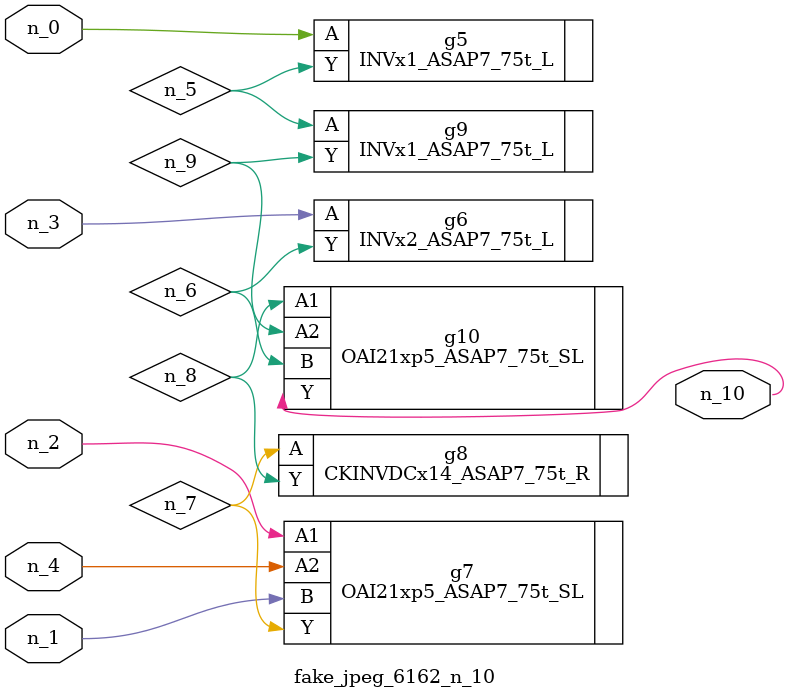
<source format=v>
module fake_jpeg_6162_n_10 (n_3, n_2, n_1, n_0, n_4, n_10);

input n_3;
input n_2;
input n_1;
input n_0;
input n_4;

output n_10;

wire n_8;
wire n_9;
wire n_6;
wire n_5;
wire n_7;

INVx1_ASAP7_75t_L g5 ( 
.A(n_0),
.Y(n_5)
);

INVx2_ASAP7_75t_L g6 ( 
.A(n_3),
.Y(n_6)
);

OAI21xp5_ASAP7_75t_SL g7 ( 
.A1(n_2),
.A2(n_4),
.B(n_1),
.Y(n_7)
);

CKINVDCx14_ASAP7_75t_R g8 ( 
.A(n_7),
.Y(n_8)
);

OAI21xp5_ASAP7_75t_SL g10 ( 
.A1(n_8),
.A2(n_9),
.B(n_6),
.Y(n_10)
);

INVx1_ASAP7_75t_L g9 ( 
.A(n_5),
.Y(n_9)
);


endmodule
</source>
